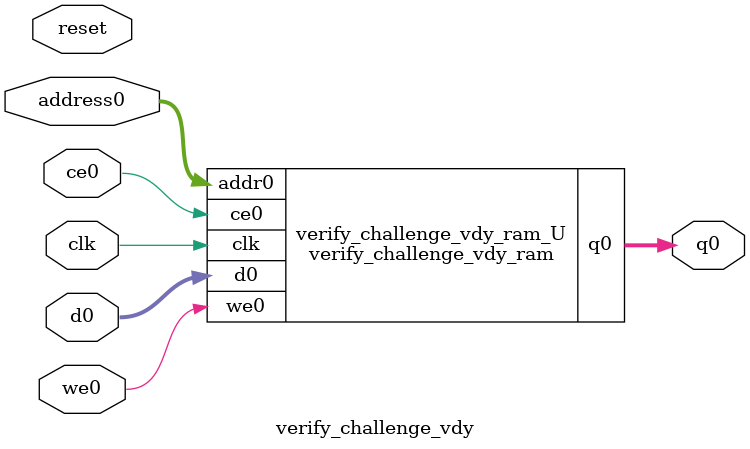
<source format=v>
`timescale 1 ns / 1 ps
module verify_challenge_vdy_ram (addr0, ce0, d0, we0, q0,  clk);

parameter DWIDTH = 8;
parameter AWIDTH = 6;
parameter MEM_SIZE = 55;

input[AWIDTH-1:0] addr0;
input ce0;
input[DWIDTH-1:0] d0;
input we0;
output reg[DWIDTH-1:0] q0;
input clk;

(* ram_style = "distributed" *)reg [DWIDTH-1:0] ram[0:MEM_SIZE-1];




always @(posedge clk)  
begin 
    if (ce0) begin
        if (we0) 
            ram[addr0] <= d0; 
        q0 <= ram[addr0];
    end
end


endmodule

`timescale 1 ns / 1 ps
module verify_challenge_vdy(
    reset,
    clk,
    address0,
    ce0,
    we0,
    d0,
    q0);

parameter DataWidth = 32'd8;
parameter AddressRange = 32'd55;
parameter AddressWidth = 32'd6;
input reset;
input clk;
input[AddressWidth - 1:0] address0;
input ce0;
input we0;
input[DataWidth - 1:0] d0;
output[DataWidth - 1:0] q0;



verify_challenge_vdy_ram verify_challenge_vdy_ram_U(
    .clk( clk ),
    .addr0( address0 ),
    .ce0( ce0 ),
    .we0( we0 ),
    .d0( d0 ),
    .q0( q0 ));

endmodule


</source>
